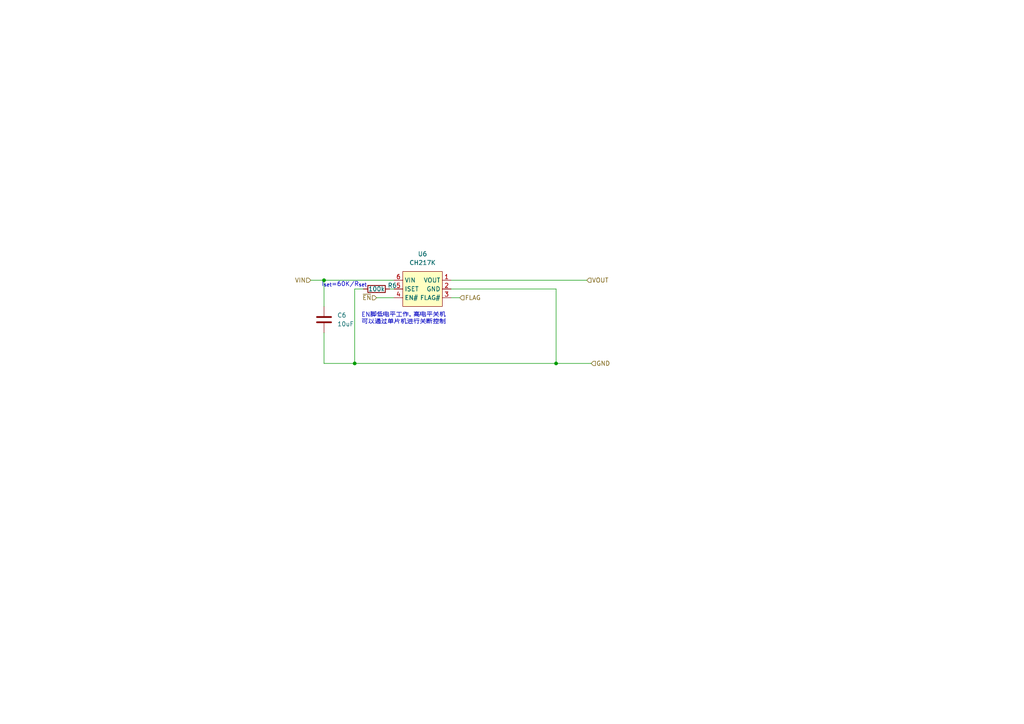
<source format=kicad_sch>
(kicad_sch (version 20231120) (generator "eeschema") (generator_version "8.0")
  (paper "A4")
  (lib_symbols
    (symbol "Device:C" (pin_numbers hide) (pin_names (offset 0.254))
      (property "Reference" "C" (at 0.635 2.54 0))
      (property "Value" "C" (at 0.635 -2.54 0))
      (symbol "C_0_1"
        (polyline (pts (xy -2.032 -0.762) (xy 2.032 -0.762)) (stroke (width 0.508)))
        (polyline (pts (xy -2.032 0.762) (xy 2.032 0.762)) (stroke (width 0.508)))
      )
      (symbol "C_1_1"
        (pin passive line (at 0 3.81 270) (length 2.794) (name "~") (number "1"))
        (pin passive line (at 0 -3.81 90) (length 2.794) (name "~") (number "2"))
      )
    )
    (symbol "Device:R" (pin_numbers hide) (pin_names (offset 0))
      (property "Reference" "R" (at 2.032 0 90))
      (property "Value" "R" (at 0 0 90))
      (symbol "R_0_1"
        (rectangle (start -1.016 -2.54) (end 1.016 2.54) (stroke (width 0.254)))
      )
      (symbol "R_1_1"
        (pin passive line (at 0 3.81 270) (length 1.27) (name "~") (number "1"))
        (pin passive line (at 0 -3.81 90) (length 1.27) (name "~") (number "2"))
      )
    )
    (symbol "my_chips:CH217K"
      (property "Reference" "U" (at 0.762 6.096 0))
      (property "Value" "CH217K" (at -4.064 6.096 0))
      (symbol "CH217K_1_1"
        (rectangle (start -6.35 5.08) (end 5.08 -5.08) (fill (type background)))
        (pin input line (at -8.89 2.54 0) (length 2.54) (name "VOUT") (number "1"))
        (pin input line (at -8.89 0 0) (length 2.54) (name "GND") (number "2"))
        (pin input line (at -8.89 -2.54 0) (length 2.54) (name "FLAG#") (number "3"))
        (pin input line (at 7.62 -2.54 180) (length 2.54) (name "EN#") (number "4"))
        (pin input line (at 7.62 0 180) (length 2.54) (name "ISET") (number "5"))
        (pin input line (at 7.62 2.54 180) (length 2.54) (name "VIN") (number "6"))
      )
    )
  )
  (junction (at 93.98 81.28))
  (junction (at 102.87 105.41))
  (junction (at 161.29 105.41))
  (wire (pts (xy 93.98 96.52) (xy 93.98 105.41)))
  (wire (pts (xy 90.17 81.28) (xy 93.98 81.28)))
  (wire (pts (xy 161.29 83.82) (xy 161.29 105.41)))
  (wire (pts (xy 130.81 83.82) (xy 161.29 83.82)))
  (wire (pts (xy 93.98 81.28) (xy 114.3 81.28)))
  (wire (pts (xy 93.98 81.28) (xy 93.98 88.9)))
  (wire (pts (xy 161.29 105.41) (xy 171.45 105.41)))
  (wire (pts (xy 102.87 83.82) (xy 105.41 83.82)))
  (wire (pts (xy 130.81 86.36) (xy 133.35 86.36)))
  (wire (pts (xy 93.98 105.41) (xy 102.87 105.41)))
  (wire (pts (xy 130.81 81.28) (xy 170.18 81.28)))
  (wire (pts (xy 102.87 105.41) (xy 161.29 105.41)))
  (wire (pts (xy 113.03 83.82) (xy 114.3 83.82)))
  (wire (pts (xy 114.3 86.36) (xy 109.22 86.36)))
  (wire (pts (xy 102.87 83.82) (xy 102.87 105.41)))
  (text "I_{set}=60K/R_{set}" (at 99.822 82.55 0) (effects (font (size 1.27 1.27))))
  (text "EN脚低电平工作，高电平关机\n可以通过单片机进行关断控制" (at 117.094 92.456 0) (effects (font (size 1.27 1.27))))
  (hierarchical_label "GND" (shape input) (at 171.45 105.41 0))
  (hierarchical_label "VIN" (shape input) (at 90.17 81.28 180))
  (hierarchical_label "VOUT" (shape input) (at 170.18 81.28 0))
  (hierarchical_label "~{EN}" (shape input) (at 109.22 86.36 180))
  (hierarchical_label "FLAG" (shape input) (at 133.35 86.36 0))
  (symbol (lib_id "my_chips:CH217K") (at 121.92 83.82 0) (mirror y) (unit 1)
    (property "Reference" "U6" (at 122.555 73.66 0))
    (property "Value" "CH217K" (at 122.555 76.2 0))
    (property "Footprint" "Package_TO_SOT_SMD:TSOT-23-6" (effects (hide yes)))
    (property "Datasheet" "https://www.wch.cn/downloads/CH217DS1_PDF.html" (effects (hide yes)))
    (property "Description" "内部集成了过流保护、过温保护、欠压保护、可调限流门限等模块，用于计算机、USB主机、USB HUB集线器、充电器等端口的5V电源控制" (effects (hide yes)))
  )
  (symbol (lib_id "Device:C") (at 93.98 92.71 180) (unit 1)
    (property "Reference" "C6" (at 97.79 91.4399 0) (effects (justify right)))
    (property "Value" "10uF" (at 97.79 93.9799 0) (effects (justify right)))
    (property "Footprint" "Capacitor_SMD:C_0603_1608Metric" (effects (hide yes)))
    (property "Description" "Unpolarized capacitor" (effects (hide yes)))
  )
  (symbol (lib_id "Device:R") (at 109.22 83.82 90) (unit 1)
    (property "Reference" "R6" (at 113.792 82.804 90))
    (property "Value" "100k" (at 109.22 83.82 90))
    (property "Footprint" "Resistor_SMD:R_0402_1005Metric" (effects (hide yes)))
    (property "Description" "Resistor" (effects (hide yes)))
  )
)
</source>
